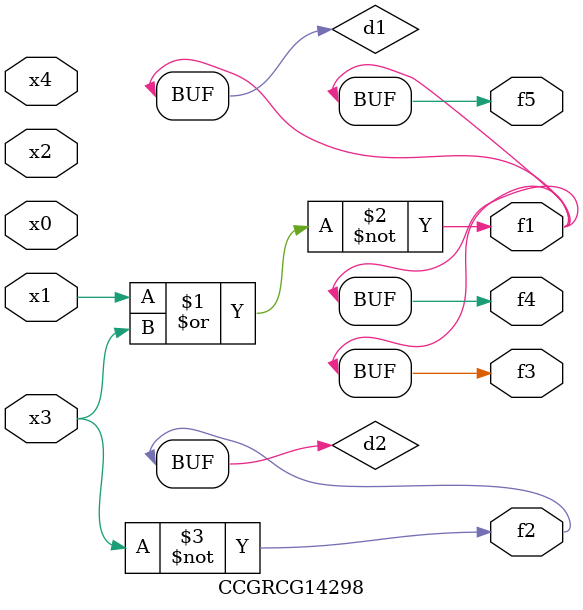
<source format=v>
module CCGRCG14298(
	input x0, x1, x2, x3, x4,
	output f1, f2, f3, f4, f5
);

	wire d1, d2;

	nor (d1, x1, x3);
	not (d2, x3);
	assign f1 = d1;
	assign f2 = d2;
	assign f3 = d1;
	assign f4 = d1;
	assign f5 = d1;
endmodule

</source>
